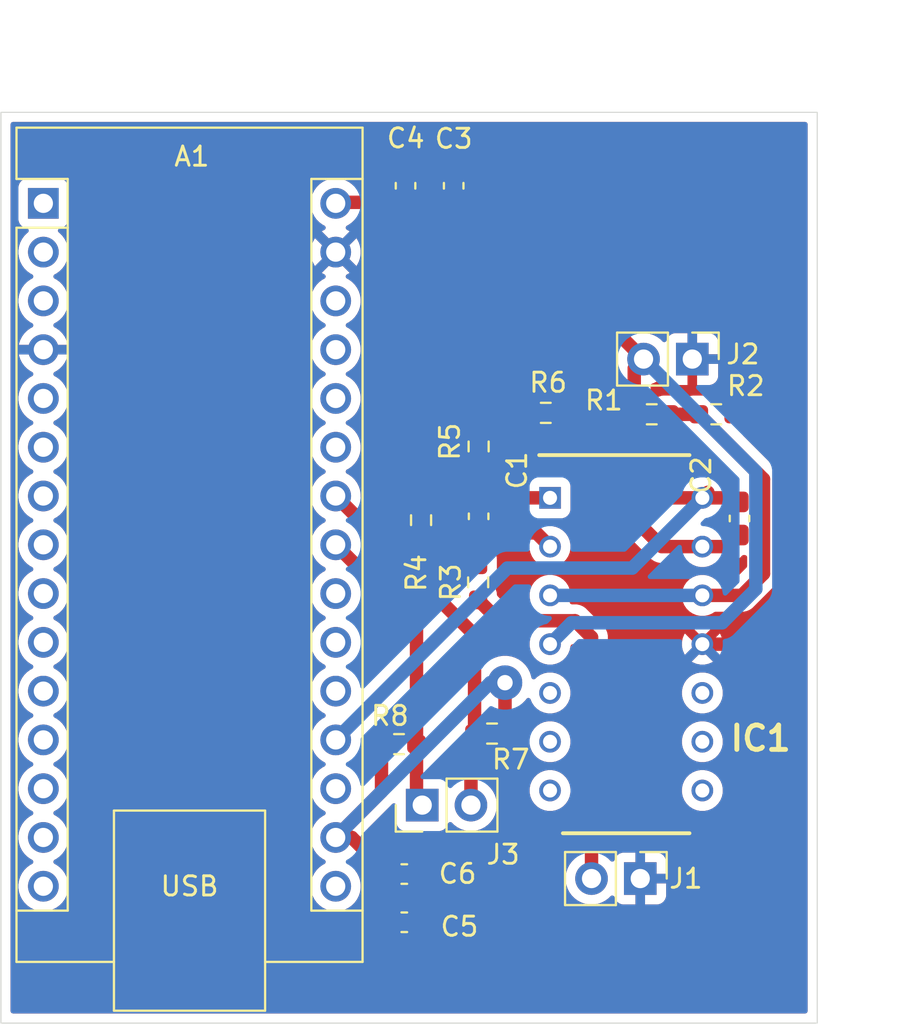
<source format=kicad_pcb>
(kicad_pcb (version 20241229) (generator "pcbnew") (generator_version "9.0")
  (layers (0 "F.Cu" signal) (2 "B.Cu" signal) (13 "F.Paste" user) (15 "B.Paste" user) (5 "F.SilkS" user "F.Silkscreen") (7 "B.SilkS" user "B.Silkscreen") (1 "F.Mask" user) (3 "B.Mask" user) (25 "Edge.Cuts" user))
  (net 0 "")
  (net 1 "Net-(IC1-OUT_A)")
  (net 2 "Net-(IC1--IN_A)")
  (net 3 "Net-(IC1--IN_D)")
  (net 6 "GND")
  (net 8 "GNDREF")
  (net 13 "+10V")
  (net 14 "Net-(J1-Pin_2)")
  (net 15 "/SDA_I2C")
  (net 16 "/SCL_I2C")
  (net 28 "/OPAMP_Output")
  (net 29 "+3.3V")
  (footprint "Capacitor_SMD:C_0603_1608Metric_Pad1.08x0.95mm_HandSolder" (layer "F.Cu") (at 123.6 57.75 90)
    (property "Reference" "C2" (at 2.25 -2 90) (layer "F.SilkS"))
    (property "Value" "180p")
    (fp_line (start -0.146267 -0.51) (end 0.146267 -0.51) (stroke (width 0.12)) (layer "F.SilkS"))
    (fp_line (start -0.146267 0.51) (end 0.146267 0.51) (stroke (width 0.12)) (layer "F.SilkS"))
    (pad "1" smd roundrect (at -0.8625 0 90) (size 1.075 0.95) (layers "F.Cu" "F.Mask" "F.Paste") (net 3 "Net-(IC1--IN_D)"))
    (pad "2" smd roundrect (at 0.8625 0 90) (size 1.075 0.95) (layers "F.Cu" "F.Mask" "F.Paste") (net 28 "/OPAMP_Output"))
  )
  (footprint "Resistor_SMD:R_0603_1608Metric_Pad0.98x0.95mm_HandSolder" (layer "F.Cu") (at 122.3875 52.325)
    (property "Reference" "R2" (at 1.5375 -1.475 0) (layer "F.SilkS"))
    (property "Value" "10k")
    (fp_line (start -0.254724 -0.5225) (end 0.254724 -0.5225) (stroke (width 0.12)) (layer "F.SilkS"))
    (fp_line (start -0.254724 0.5225) (end 0.254724 0.5225) (stroke (width 0.12)) (layer "F.SilkS"))
    (pad "1" smd roundrect (at -0.9125 0) (size 0.975 0.95) (layers "F.Cu" "F.Mask" "F.Paste") (net 8 "GNDREF"))
    (pad "2" smd roundrect (at 0.9125 0) (size 0.975 0.95) (layers "F.Cu" "F.Mask" "F.Paste") (net 6 "GND"))
  )
  (footprint "Capacitor_SMD:C_0603_1608Metric_Pad1.08x0.95mm_HandSolder" (layer "F.Cu") (at 110 57.6375 -90)
    (property "Reference" "C1" (at -2.3875 -2 90) (layer "F.SilkS"))
    (property "Value" "180p")
    (fp_line (start -0.146267 0.51) (end 0.146267 0.51) (stroke (width 0.12)) (layer "F.SilkS"))
    (fp_line (start -0.146267 -0.51) (end 0.146267 -0.51) (stroke (width 0.12)) (layer "F.SilkS"))
    (pad "1" smd roundrect (at -0.8625 0 270) (size 1.075 0.95) (layers "F.Cu" "F.Mask" "F.Paste") (net 1 "Net-(IC1-OUT_A)"))
    (pad "2" smd roundrect (at 0.8625 0 270) (size 1.075 0.95) (layers "F.Cu" "F.Mask" "F.Paste") (net 2 "Net-(IC1--IN_A)"))
  )
  (footprint "Capacitor_SMD:C_0603_1608Metric_Pad1.08x0.95mm_HandSolder" (layer "F.Cu") (at 106.125 76.265 180)
    (property "Reference" "C6" (at -2.775 0.015 0) (layer "F.SilkS"))
    (property "Value" "33uF")
    (fp_line (start -0.146267 0.51) (end 0.146267 0.51) (stroke (width 0.12)) (layer "F.SilkS"))
    (fp_line (start -0.146267 -0.51) (end 0.146267 -0.51) (stroke (width 0.12)) (layer "F.SilkS"))
    (pad "1" smd roundrect (at -0.8625 0 180) (size 1.075 0.95) (layers "F.Cu" "F.Mask" "F.Paste") (net 6 "GND"))
    (pad "2" smd roundrect (at 0.8625 0 180) (size 1.075 0.95) (layers "F.Cu" "F.Mask" "F.Paste") (net 29 "+3.3V"))
  )
  (footprint "Connector_PinHeader_2.54mm:PinHeader_1x02_P2.54mm_Vertical" (layer "F.Cu") (at 118.425 76.5 -90)
    (property "Reference" "J1" (at 0 -2.38 180) (layer "F.SilkS"))
    (property "Value" "Conn_01x02" (hide yes))
    (fp_line (start -1.38 3.92) (end 1.38 3.92) (stroke (width 0.12)) (layer "F.SilkS"))
    (fp_line (start -1.38 1.27) (end -1.38 3.92) (stroke (width 0.12)) (layer "F.SilkS"))
    (fp_line (start -1.38 1.27) (end 1.38 1.27) (stroke (width 0.12)) (layer "F.SilkS"))
    (fp_line (start 1.38 1.27) (end 1.38 3.92) (stroke (width 0.12)) (layer "F.SilkS"))
    (fp_line (start -1.38 0) (end -1.38 -1.38) (stroke (width 0.12)) (layer "F.SilkS"))
    (fp_line (start -1.38 -1.38) (end 0 -1.38) (stroke (width 0.12)) (layer "F.SilkS"))
    (pad "1" thru_hole rect (at 0 0 270) (size 1.7 1.7) (drill 1) (layers "*.Cu" "*.Mask") (net 6 "GND"))
    (pad "2" thru_hole circle (at 0 2.54 270) (size 1.7 1.7) (drill 1) (layers "*.Cu" "*.Mask") (net 14 "Net-(J1-Pin_2)"))
  )
  (footprint "Resistor_SMD:R_0603_1608Metric_Pad0.98x0.95mm_HandSolder" (layer "F.Cu") (at 105.85 69.5 180)
    (property "Reference" "R8" (at 0.475 1.475 0) (layer "F.SilkS"))
    (property "Value" "10k")
    (fp_line (start -0.254724 0.5225) (end 0.254724 0.5225) (stroke (width 0.12)) (layer "F.SilkS"))
    (fp_line (start -0.254724 -0.5225) (end 0.254724 -0.5225) (stroke (width 0.12)) (layer "F.SilkS"))
    (pad "1" smd roundrect (at -0.9125 0 180) (size 0.975 0.95) (layers "F.Cu" "F.Mask" "F.Paste") (net 15 "/SDA_I2C"))
    (pad "2" smd roundrect (at 0.9125 0 180) (size 0.975 0.95) (layers "F.Cu" "F.Mask" "F.Paste") (net 29 "+3.3V"))
  )
  (footprint "Connector_PinHeader_2.54mm:PinHeader_1x02_P2.54mm_Vertical" (layer "F.Cu") (at 107.06 72.675 90)
    (property "Reference" "J3" (at -2.575 4.215 180) (layer "F.SilkS"))
    (property "Value" "Conn_01x02" (hide yes))
    (fp_line (start -1.38 -1.38) (end 0 -1.38) (stroke (width 0.12)) (layer "F.SilkS"))
    (fp_line (start -1.38 0) (end -1.38 -1.38) (stroke (width 0.12)) (layer "F.SilkS"))
    (fp_line (start 1.38 1.27) (end 1.38 3.92) (stroke (width 0.12)) (layer "F.SilkS"))
    (fp_line (start -1.38 1.27) (end 1.38 1.27) (stroke (width 0.12)) (layer "F.SilkS"))
    (fp_line (start -1.38 1.27) (end -1.38 3.92) (stroke (width 0.12)) (layer "F.SilkS"))
    (fp_line (start -1.38 3.92) (end 1.38 3.92) (stroke (width 0.12)) (layer "F.SilkS"))
    (pad "1" thru_hole rect (at 0 0 90) (size 1.7 1.7) (drill 1) (layers "*.Cu" "*.Mask") (net 15 "/SDA_I2C"))
    (pad "2" thru_hole circle (at 0 2.54 90) (size 1.7 1.7) (drill 1) (layers "*.Cu" "*.Mask") (net 16 "/SCL_I2C"))
  )
  (footprint "Capacitor_SMD:C_0603_1608Metric_Pad1.08x0.95mm_HandSolder" (layer "F.Cu") (at 106.125 78.775 180)
    (property "Reference" "C5" (at -2.875 -0.225 0) (layer "F.SilkS"))
    (property "Value" "0,1uF")
    (fp_line (start -0.146267 0.51) (end 0.146267 0.51) (stroke (width 0.12)) (layer "F.SilkS"))
    (fp_line (start -0.146267 -0.51) (end 0.146267 -0.51) (stroke (width 0.12)) (layer "F.SilkS"))
    (pad "1" smd roundrect (at -0.8625 0 180) (size 1.075 0.95) (layers "F.Cu" "F.Mask" "F.Paste") (net 6 "GND"))
    (pad "2" smd roundrect (at 0.8625 0 180) (size 1.075 0.95) (layers "F.Cu" "F.Mask" "F.Paste") (net 29 "+3.3V"))
  )
  (footprint "Resistor_SMD:R_0603_1608Metric_Pad0.98x0.95mm_HandSolder" (layer "F.Cu") (at 109.975 61.075 90)
    (property "Reference" "R3" (at 0 -1.43 90) (layer "F.SilkS"))
    (property "Value" "10k")
    (fp_line (start -0.254724 -0.5225) (end 0.254724 -0.5225) (stroke (width 0.12)) (layer "F.SilkS"))
    (fp_line (start -0.254724 0.5225) (end 0.254724 0.5225) (stroke (width 0.12)) (layer "F.SilkS"))
    (pad "1" smd roundrect (at -0.9125 0 90) (size 0.975 0.95) (layers "F.Cu" "F.Mask" "F.Paste") (net 14 "Net-(J1-Pin_2)"))
    (pad "2" smd roundrect (at 0.9125 0 90) (size 0.975 0.95) (layers "F.Cu" "F.Mask" "F.Paste") (net 2 "Net-(IC1--IN_A)"))
  )
  (footprint "Capacitor_SMD:C_0603_1608Metric_Pad1.08x0.95mm_HandSolder" (layer "F.Cu") (at 108.7 40.425 -90)
    (property "Reference" "C3" (at -2.45 0 180) (layer "F.SilkS"))
    (property "Value" "0,1uF")
    (fp_line (start -0.146267 0.51) (end 0.146267 0.51) (stroke (width 0.12)) (layer "F.SilkS"))
    (fp_line (start -0.146267 -0.51) (end 0.146267 -0.51) (stroke (width 0.12)) (layer "F.SilkS"))
    (pad "1" smd roundrect (at -0.8625 0 270) (size 1.075 0.95) (layers "F.Cu" "F.Mask" "F.Paste") (net 6 "GND"))
    (pad "2" smd roundrect (at 0.8625 0 270) (size 1.075 0.95) (layers "F.Cu" "F.Mask" "F.Paste") (net 13 "+10V"))
  )
  (footprint "Resistor_SMD:R_0603_1608Metric_Pad0.98x0.95mm_HandSolder" (layer "F.Cu") (at 110.7 68.95)
    (property "Reference" "R7" (at 0.975 1.35 0) (layer "F.SilkS"))
    (property "Value" "10k")
    (fp_line (start -0.254724 -0.5225) (end 0.254724 -0.5225) (stroke (width 0.12)) (layer "F.SilkS"))
    (fp_line (start -0.254724 0.5225) (end 0.254724 0.5225) (stroke (width 0.12)) (layer "F.SilkS"))
    (pad "1" smd roundrect (at -0.9125 0) (size 0.975 0.95) (layers "F.Cu" "F.Mask" "F.Paste") (net 16 "/SCL_I2C"))
    (pad "2" smd roundrect (at 0.9125 0) (size 0.975 0.95) (layers "F.Cu" "F.Mask" "F.Paste") (net 29 "+3.3V"))
  )
  (footprint "Connector_PinHeader_2.54mm:PinHeader_1x02_P2.54mm_Vertical" (layer "F.Cu") (at 121.1375 49.45 -90)
    (property "Reference" "J2" (at -0.25 -2.6375 180) (layer "F.SilkS"))
    (property "Value" "Conn_01x02" (hide yes))
    (fp_line (start -1.38 3.92) (end 1.38 3.92) (stroke (width 0.12)) (layer "F.SilkS"))
    (fp_line (start -1.38 1.27) (end -1.38 3.92) (stroke (width 0.12)) (layer "F.SilkS"))
    (fp_line (start -1.38 1.27) (end 1.38 1.27) (stroke (width 0.12)) (layer "F.SilkS"))
    (fp_line (start 1.38 1.27) (end 1.38 3.92) (stroke (width 0.12)) (layer "F.SilkS"))
    (fp_line (start -1.38 0) (end -1.38 -1.38) (stroke (width 0.12)) (layer "F.SilkS"))
    (fp_line (start -1.38 -1.38) (end 0 -1.38) (stroke (width 0.12)) (layer "F.SilkS"))
    (pad "1" thru_hole rect (at 0 0 270) (size 1.7 1.7) (drill 1) (layers "*.Cu" "*.Mask") (net 6 "GND"))
    (pad "2" thru_hole circle (at 0 2.54 270) (size 1.7 1.7) (drill 1) (layers "*.Cu" "*.Mask") (net 13 "+10V"))
  )
  (footprint "Resistor_SMD:R_0603_1608Metric_Pad0.98x0.95mm_HandSolder" (layer "F.Cu") (at 107 57.8375 -90)
    (property "Reference" "R4" (at 2.75 0.25 90) (layer "F.SilkS"))
    (property "Value" "10M")
    (fp_line (start -0.254724 0.5225) (end 0.254724 0.5225) (stroke (width 0.12)) (layer "F.SilkS"))
    (fp_line (start -0.254724 -0.5225) (end 0.254724 -0.5225) (stroke (width 0.12)) (layer "F.SilkS"))
    (pad "1" smd roundrect (at -0.9125 0 270) (size 0.975 0.95) (layers "F.Cu" "F.Mask" "F.Paste") (net 1 "Net-(IC1-OUT_A)"))
    (pad "2" smd roundrect (at 0.9125 0 270) (size 0.975 0.95) (layers "F.Cu" "F.Mask" "F.Paste") (net 2 "Net-(IC1--IN_A)"))
  )
  (footprint "Resistor_SMD:R_0603_1608Metric_Pad0.98x0.95mm_HandSolder" (layer "F.Cu") (at 113.5 52.25)
    (property "Reference" "R6" (at 0.125 -1.575 0) (layer "F.SilkS"))
    (property "Value" "100k")
    (fp_line (start -0.254724 -0.5225) (end 0.254724 -0.5225) (stroke (width 0.12)) (layer "F.SilkS"))
    (fp_line (start -0.254724 0.5225) (end 0.254724 0.5225) (stroke (width 0.12)) (layer "F.SilkS"))
    (pad "1" smd roundrect (at -0.9125 0) (size 0.975 0.95) (layers "F.Cu" "F.Mask" "F.Paste") (net 3 "Net-(IC1--IN_D)"))
    (pad "2" smd roundrect (at 0.9125 0) (size 0.975 0.95) (layers "F.Cu" "F.Mask" "F.Paste") (net 28 "/OPAMP_Output"))
  )
  (footprint "Resistor_SMD:R_0603_1608Metric_Pad0.98x0.95mm_HandSolder" (layer "F.Cu") (at 119.025 52.325)
    (property "Reference" "R1" (at -2.5 -0.725 0) (layer "F.SilkS"))
    (property "Value" "10k" (hide yes))
    (fp_line (start -0.254724 -0.5225) (end 0.254724 -0.5225) (stroke (width 0.12)) (layer "F.SilkS"))
    (fp_line (start -0.254724 0.5225) (end 0.254724 0.5225) (stroke (width 0.12)) (layer "F.SilkS"))
    (pad "1" smd roundrect (at -0.9125 0) (size 0.975 0.95) (layers "F.Cu" "F.Mask" "F.Paste") (net 13 "+10V"))
    (pad "2" smd roundrect (at 0.9125 0) (size 0.975 0.95) (layers "F.Cu" "F.Mask" "F.Paste") (net 8 "GNDREF"))
  )
  (footprint "Module:Arduino_Nano" (layer "F.Cu") (at 87.31 41.34)
    (property "Reference" "A1" (at 7.74 -2.44 0) (layer "F.SilkS"))
    (property "Value" "Arduino_Nano_Every")
    (fp_line (start -1.4 -3.94) (end -1.4 -1.27) (stroke (width 0.12)) (layer "F.SilkS"))
    (fp_line (start -1.4 1.27) (end -1.4 39.5) (stroke (width 0.12)) (layer "F.SilkS"))
    (fp_line (start -1.4 39.5) (end 3.68 39.5) (stroke (width 0.12)) (layer "F.SilkS"))
    (fp_line (start 1.27 -1.27) (end -1.4 -1.27) (stroke (width 0.12)) (layer "F.SilkS"))
    (fp_line (start 1.27 1.27) (end -1.4 1.27) (stroke (width 0.12)) (layer "F.SilkS"))
    (fp_line (start 1.27 1.27) (end 1.27 -1.27) (stroke (width 0.12)) (layer "F.SilkS"))
    (fp_line (start 1.27 1.27) (end 1.27 36.83) (stroke (width 0.12)) (layer "F.SilkS"))
    (fp_line (start 1.27 36.83) (end -1.4 36.83) (stroke (width 0.12)) (layer "F.SilkS"))
    (fp_line (start 3.68 31.62) (end 11.56 31.62) (stroke (width 0.12)) (layer "F.SilkS"))
    (fp_line (start 3.68 42.04) (end 3.68 31.62) (stroke (width 0.12)) (layer "F.SilkS"))
    (fp_line (start 11.56 31.62) (end 11.56 42.04) (stroke (width 0.12)) (layer "F.SilkS"))
    (fp_line (start 11.56 42.04) (end 3.68 42.04) (stroke (width 0.12)) (layer "F.SilkS"))
    (fp_line (start 13.97 -1.27) (end 13.97 36.83) (stroke (width 0.12)) (layer "F.SilkS"))
    (fp_line (start 13.97 -1.27) (end 16.64 -1.27) (stroke (width 0.12)) (layer "F.SilkS"))
    (fp_line (start 13.97 36.83) (end 16.64 36.83) (stroke (width 0.12)) (layer "F.SilkS"))
    (fp_line (start 16.64 -3.94) (end -1.4 -3.94) (stroke (width 0.12)) (layer "F.SilkS"))
    (fp_line (start 16.64 39.5) (end 11.56 39.5) (stroke (width 0.12)) (layer "F.SilkS"))
    (fp_line (start 16.64 39.5) (end 16.64 -3.94) (stroke (width 0.12)) (layer "F.SilkS"))
    (fp_text user "USB" (at 7.62 35.56 0) (layer "F.SilkS"))
    (pad "1" thru_hole rect (at 0 0) (size 1.6 1.6) (drill 1) (layers "*.Cu" "*.Mask"))
    (pad "2" thru_hole oval (at 0 2.54) (size 1.6 1.6) (drill 1) (layers "*.Cu" "*.Mask"))
    (pad "3" thru_hole oval (at 0 5.08) (size 1.6 1.6) (drill 1) (layers "*.Cu" "*.Mask"))
    (pad "4" thru_hole oval (at 0 7.62) (size 1.6 1.6) (drill 1) (layers "*.Cu" "*.Mask") (net 6 "GND"))
    (pad "5" thru_hole oval (at 0 10.16) (size 1.6 1.6) (drill 1) (layers "*.Cu" "*.Mask"))
    (pad "6" thru_hole oval (at 0 12.7) (size 1.6 1.6) (drill 1) (layers "*.Cu" "*.Mask"))
    (pad "7" thru_hole oval (at 0 15.24) (size 1.6 1.6) (drill 1) (layers "*.Cu" "*.Mask"))
    (pad "8" thru_hole oval (at 0 17.78) (size 1.6 1.6) (drill 1) (layers "*.Cu" "*.Mask"))
    (pad "9" thru_hole oval (at 0 20.32) (size 1.6 1.6) (drill 1) (layers "*.Cu" "*.Mask"))
    (pad "10" thru_hole oval (at 0 22.86) (size 1.6 1.6) (drill 1) (layers "*.Cu" "*.Mask"))
    (pad "11" thru_hole oval (at 0 25.4) (size 1.6 1.6) (drill 1) (layers "*.Cu" "*.Mask"))
    (pad "12" thru_hole oval (at 0 27.94) (size 1.6 1.6) (drill 1) (layers "*.Cu" "*.Mask"))
    (pad "13" thru_hole oval (at 0 30.48) (size 1.6 1.6) (drill 1) (layers "*.Cu" "*.Mask"))
    (pad "14" thru_hole oval (at 0 33.02) (size 1.6 1.6) (drill 1) (layers "*.Cu" "*.Mask"))
    (pad "15" thru_hole oval (at 0 35.56) (size 1.6 1.6) (drill 1) (layers "*.Cu" "*.Mask"))
    (pad "16" thru_hole oval (at 15.24 35.56) (size 1.6 1.6) (drill 1) (layers "*.Cu" "*.Mask"))
    (pad "17" thru_hole oval (at 15.24 33.02) (size 1.6 1.6) (drill 1) (layers "*.Cu" "*.Mask") (net 29 "+3.3V"))
    (pad "18" thru_hole oval (at 15.24 30.48) (size 1.6 1.6) (drill 1) (layers "*.Cu" "*.Mask"))
    (pad "19" thru_hole oval (at 15.24 27.94) (size 1.6 1.6) (drill 1) (layers "*.Cu" "*.Mask") (net 28 "/OPAMP_Output"))
    (pad "20" thru_hole oval (at 15.24 25.4) (size 1.6 1.6) (drill 1) (layers "*.Cu" "*.Mask"))
    (pad "21" thru_hole oval (at 15.24 22.86) (size 1.6 1.6) (drill 1) (layers "*.Cu" "*.Mask"))
    (pad "22" thru_hole oval (at 15.24 20.32) (size 1.6 1.6) (drill 1) (layers "*.Cu" "*.Mask"))
    (pad "23" thru_hole oval (at 15.24 17.78) (size 1.6 1.6) (drill 1) (layers "*.Cu" "*.Mask") (net 15 "/SDA_I2C"))
    (pad "24" thru_hole oval (at 15.24 15.24) (size 1.6 1.6) (drill 1) (layers "*.Cu" "*.Mask") (net 16 "/SCL_I2C"))
    (pad "25" thru_hole oval (at 15.24 12.7) (size 1.6 1.6) (drill 1) (layers "*.Cu" "*.Mask"))
    (pad "26" thru_hole oval (at 15.24 10.16) (size 1.6 1.6) (drill 1) (layers "*.Cu" "*.Mask"))
    (pad "27" thru_hole oval (at 15.24 7.62) (size 1.6 1.6) (drill 1) (layers "*.Cu" "*.Mask"))
    (pad "28" thru_hole oval (at 15.24 5.08) (size 1.6 1.6) (drill 1) (layers "*.Cu" "*.Mask"))
    (pad "29" thru_hole circle (at 15.24 2.54) (size 1.6 1.6) (drill 1) (layers "*.Cu" "*.Mask") (net 6 "GND"))
    (pad "30" thru_hole oval (at 15.24 0) (size 1.6 1.6) (drill 1) (layers "*.Cu" "*.Mask") (net 13 "+10V"))
  )
  (footprint "Capacitor_SMD:C_0603_1608Metric_Pad1.08x0.95mm_HandSolder" (layer "F.Cu") (at 106.19 40.425 -90)
    (property "Reference" "C4" (at -2.475 -0.01 180) (layer "F.SilkS"))
    (property "Value" "33uF")
    (fp_line (start -0.146267 0.51) (end 0.146267 0.51) (stroke (width 0.12)) (layer "F.SilkS"))
    (fp_line (start -0.146267 -0.51) (end 0.146267 -0.51) (stroke (width 0.12)) (layer "F.SilkS"))
    (pad "1" smd roundrect (at -0.8625 0 270) (size 1.075 0.95) (layers "F.Cu" "F.Mask" "F.Paste") (net 6 "GND"))
    (pad "2" smd roundrect (at 0.8625 0 270) (size 1.075 0.95) (layers "F.Cu" "F.Mask" "F.Paste") (net 13 "+10V"))
  )
  (footprint "Resistor_SMD:R_0603_1608Metric_Pad0.98x0.95mm_HandSolder" (layer "F.Cu") (at 110 54 90)
    (property "Reference" "R5" (at 0.25 -1.5 90) (layer "F.SilkS"))
    (property "Value" "10k")
    (fp_line (start -0.254724 -0.5225) (end 0.254724 -0.5225) (stroke (width 0.12)) (layer "F.SilkS"))
    (fp_line (start -0.254724 0.5225) (end 0.254724 0.5225) (stroke (width 0.12)) (layer "F.SilkS"))
    (pad "1" smd roundrect (at -0.9125 0 90) (size 0.975 0.95) (layers "F.Cu" "F.Mask" "F.Paste") (net 1 "Net-(IC1-OUT_A)"))
    (pad "2" smd roundrect (at 0.9125 0 90) (size 0.975 0.95) (layers "F.Cu" "F.Mask" "F.Paste") (net 3 "Net-(IC1--IN_D)"))
  )
  (footprint "SamacSys_Parts:DIP794W53P254L1930H508Q14N" (layer "F.Cu") (at 117.6925 64.295)
    (property "Reference" "IC1" (at 7.0075 4.905 0) (layer "F.SilkS") (effects (font (size 1.27 1.27) (thickness 0.254))))
    (property "Value" "OPA4277PA" (hide yes))
    (fp_line (start -4.535 -9.845) (end 3.3 -9.845) (stroke (width 0.2)) (layer "F.SilkS"))
    (fp_line (start -3.3 9.845) (end 3.3 9.845) (stroke (width 0.2)) (layer "F.SilkS"))
    (pad "1" thru_hole rect (at -3.97 -7.62) (size 1.13 1.13) (drill 0.73) (layers "*.Cu" "*.Mask") (net 1 "Net-(IC1-OUT_A)"))
    (pad "2" thru_hole circle (at -3.97 -5.08) (size 1.13 1.13) (drill 0.73) (layers "*.Cu" "*.Mask") (net 2 "Net-(IC1--IN_A)"))
    (pad "3" thru_hole circle (at -3.97 -2.54) (size 1.13 1.13) (drill 0.73) (layers "*.Cu" "*.Mask") (net 8 "GNDREF"))
    (pad "4" thru_hole circle (at -3.97 0) (size 1.13 1.13) (drill 0.73) (layers "*.Cu" "*.Mask") (net 13 "+10V"))
    (pad "5" thru_hole circle (at -3.97 2.54) (size 1.13 1.13) (drill 0.73) (layers "*.Cu" "*.Mask"))
    (pad "6" thru_hole circle (at -3.97 5.08) (size 1.13 1.13) (drill 0.73) (layers "*.Cu" "*.Mask"))
    (pad "7" thru_hole circle (at -3.97 7.62) (size 1.13 1.13) (drill 0.73) (layers "*.Cu" "*.Mask"))
    (pad "8" thru_hole circle (at 3.97 7.62) (size 1.13 1.13) (drill 0.73) (layers "*.Cu" "*.Mask"))
    (pad "9" thru_hole circle (at 3.97 5.08) (size 1.13 1.13) (drill 0.73) (layers "*.Cu" "*.Mask"))
    (pad "10" thru_hole circle (at 3.97 2.54) (size 1.13 1.13) (drill 0.73) (layers "*.Cu" "*.Mask"))
    (pad "11" thru_hole circle (at 3.97 0) (size 1.13 1.13) (drill 0.73) (layers "*.Cu" "*.Mask") (net 6 "GND"))
    (pad "12" thru_hole circle (at 3.97 -2.54) (size 1.13 1.13) (drill 0.73) (layers "*.Cu" "*.Mask") (net 8 "GNDREF"))
    (pad "13" thru_hole circle (at 3.97 -5.08) (size 1.13 1.13) (drill 0.73) (layers "*.Cu" "*.Mask") (net 3 "Net-(IC1--IN_D)"))
    (pad "14" thru_hole circle (at 3.97 -7.62) (size 1.13 1.13) (drill 0.73) (layers "*.Cu" "*.Mask") (net 28 "/OPAMP_Output"))
  )
  (gr_rect (start 85.1 36.6) (end 127.65 84.025) (stroke (width 0.05)) (fill no) (layer "Edge.Cuts"))
  (segment (start 113.7225 56.675) (end 110.1 56.675) (width 0.7) (layer "F.Cu") (net 1))
  (segment (start 107.175 56.75) (end 107 56.925) (width 0.7) (layer "F.Cu") (net 1))
  (segment (start 110 56.775) (end 110 54.9125) (width 0.7) (layer "F.Cu") (net 1))
  (segment (start 110 56.775) (end 109.975 56.75) (width 0.7) (layer "F.Cu") (net 1))
  (segment (start 110.1 56.675) (end 110 56.775) (width 0.7) (layer "F.Cu") (net 1))
  (segment (start 109.975 56.75) (end 107.175 56.75) (width 0.7) (layer "F.Cu") (net 1))
  (segment (start 109.85 56.925) (end 110 56.775) (width 0.508) (layer "F.Cu") (net 1))
  (segment (start 110 58.5) (end 110 60.1375) (width 0.7) (layer "F.Cu") (net 2))
  (segment (start 113.7225 59.215) (end 113.0075 58.5) (width 0.7) (layer "F.Cu") (net 2))
  (segment (start 110 58.5) (end 109.75 58.75) (width 0.7) (layer "F.Cu") (net 2))
  (segment (start 113.0075 58.5) (end 110 58.5) (width 0.7) (layer "F.Cu") (net 2))
  (segment (start 109.75 58.75) (end 107 58.75) (width 0.7) (layer "F.Cu") (net 2))
  (segment (start 110 60.1375) (end 109.975 60.1625) (width 0.7) (layer "F.Cu") (net 2))
  (segment (start 122.9975 59.215) (end 123.6 58.6125) (width 0.7) (layer "F.Cu") (net 3))
  (segment (start 121.6625 59.215) (end 122.9975 59.215) (width 0.7) (layer "F.Cu") (net 3))
  (segment (start 112.5875 52.25) (end 110.8375 52.25) (width 0.7) (layer "F.Cu") (net 3))
  (segment (start 119.5525 59.215) (end 121.6625 59.215) (width 0.7) (layer "F.Cu") (net 3))
  (segment (start 112.5875 52.25) (end 119.5525 59.215) (width 0.7) (layer "F.Cu") (net 3))
  (segment (start 110.8375 52.25) (end 110 53.0875) (width 0.7) (layer "F.Cu") (net 3))
  (segment (start 124.175 52.325) (end 123.3 52.325) (width 0.7) (layer "F.Cu") (net 6))
  (segment (start 123.28 64.295) (end 126.325 61.25) (width 0.7) (layer "F.Cu") (net 6))
  (segment (start 126.325 54.475) (end 124.175 52.325) (width 0.7) (layer "F.Cu") (net 6))
  (segment (start 126.325 61.25) (end 126.325 54.475) (width 0.7) (layer "F.Cu") (net 6))
  (segment (start 121.6625 64.295) (end 123.28 64.295) (width 0.7) (layer "F.Cu") (net 6))
  (segment (start 123.72 61.755) (end 124.85 60.625) (width 0.7) (layer "F.Cu") (net 8))
  (segment (start 121.6675 61.75) (end 121.6625 61.755) (width 0.7) (layer "F.Cu") (net 8))
  (segment (start 124.85 60.625) (end 124.85 55.7) (width 0.7) (layer "F.Cu") (net 8))
  (segment (start 121.6625 61.755) (end 123.72 61.755) (width 0.7) (layer "F.Cu") (net 8))
  (segment (start 119.9 52.325) (end 121.475 52.325) (width 0.7) (layer "F.Cu") (net 8))
  (segment (start 124.85 55.7) (end 121.475 52.325) (width 0.7) (layer "F.Cu") (net 8))
  (segment (start 113.7225 61.755) (end 121.6625 61.755) (width 0.7) (layer "B.Cu") (net 8))
  (segment (start 108.7 41.2875) (end 102.6025 41.2875) (width 0.7) (layer "F.Cu") (net 13))
  (segment (start 118.1125 52.325) (end 118.1125 49.935) (width 0.7) (layer "F.Cu") (net 13))
  (segment (start 118.1125 49.935) (end 118.5975 49.45) (width 0.7) (layer "F.Cu") (net 13))
  (segment (start 110.435 41.2875) (end 108.7 41.2875) (width 0.7) (layer "F.Cu") (net 13))
  (segment (start 118.075 52.2875) (end 118.1125 52.325) (width 0.7) (layer "F.Cu") (net 13))
  (segment (start 118.1625 52.275) (end 118.1125 52.325) (width 0.7) (layer "F.Cu") (net 13))
  (segment (start 118.5975 49.45) (end 110.435 41.2875) (width 0.7) (layer "F.Cu") (net 13))
  (segment (start 102.6025 41.2875) (end 102.55 41.34) (width 0.7) (layer "F.Cu") (net 13))
  (segment (start 124.45 55.3025) (end 118.5975 49.45) (width 0.7) (layer "B.Cu") (net 13))
  (segment (start 114.8385 63.179) (end 122.696 63.179) (width 0.7) (layer "B.Cu") (net 13))
  (segment (start 124.45 61.425) (end 124.45 55.3025) (width 0.7) (layer "B.Cu") (net 13))
  (segment (start 122.696 63.179) (end 124.45 61.425) (width 0.7) (layer "B.Cu") (net 13))
  (segment (start 113.7225 64.295) (end 114.8385 63.179) (width 0.7) (layer "B.Cu") (net 13))
  (segment (start 115.885 76.5) (end 115.885 63.935) (width 0.7) (layer "F.Cu") (net 14))
  (segment (start 115.885 63.935) (end 115.025 63.075) (width 0.7) (layer "F.Cu") (net 14))
  (segment (start 111.0625 63.075) (end 109.975 61.9875) (width 0.7) (layer "F.Cu") (net 14))
  (segment (start 115.025 63.075) (end 111.0625 63.075) (width 0.7) (layer "F.Cu") (net 14))
  (segment (start 106.7625 63.3325) (end 102.55 59.12) (width 0.7) (layer "F.Cu") (net 15))
  (segment (start 106.7625 69.5) (end 106.7625 72.3775) (width 0.7) (layer "F.Cu") (net 15))
  (segment (start 106.7625 72.3775) (end 107.06 72.675) (width 0.7) (layer "F.Cu") (net 15))
  (segment (start 106.7625 69.5) (end 106.7625 63.3325) (width 0.7) (layer "F.Cu") (net 15))
  (segment (start 109.6 69.1375) (end 109.7875 68.95) (width 0.7) (layer "F.Cu") (net 16))
  (segment (start 109.7875 68.95) (end 109.7875 63.8175) (width 0.7) (layer "F.Cu") (net 16))
  (segment (start 109.6 72.675) (end 109.6 69.1375) (width 0.7) (layer "F.Cu") (net 16))
  (segment (start 109.7875 63.8175) (end 102.55 56.58) (width 0.7) (layer "F.Cu") (net 16))
  (segment (start 123.3875 56.675) (end 123.6 56.8875) (width 0.7) (layer "F.Cu") (net 28))
  (segment (start 119.675 56.675) (end 115.25 52.25) (width 0.7) (layer "F.Cu") (net 28))
  (segment (start 121.6625 56.675) (end 123.3875 56.675) (width 0.7) (layer "F.Cu") (net 28))
  (segment (start 121.95 56.3875) (end 121.6625 56.675) (width 0.7) (layer "F.Cu") (net 28))
  (segment (start 115.25 52.25) (end 114.4125 52.25) (width 0.7) (layer "F.Cu") (net 28))
  (segment (start 121.6625 56.675) (end 119.675 56.675) (width 0.7) (layer "F.Cu") (net 28))
  (segment (start 111.499 60.331) (end 118.0065 60.331) (width 0.7) (layer "B.Cu") (net 28))
  (segment (start 102.55 69.28) (end 111.499 60.331) (width 0.7) (layer "B.Cu") (net 28))
  (segment (start 118.0065 60.331) (end 121.6625 56.675) (width 0.7) (layer "B.Cu") (net 28))
  (segment (start 105.2625 76.2375) (end 103.385 74.36) (width 0.7) (layer "F.Cu") (net 29))
  (segment (start 102.55 74.36) (end 104.9375 71.9725) (width 0.7) (layer "F.Cu") (net 29))
  (segment (start 105.2625 76.265) (end 105.2625 76.2375) (width 0.7) (layer "F.Cu") (net 29))
  (segment (start 103.385 74.36) (end 102.55 74.36) (width 0.7) (layer "F.Cu") (net 29))
  (segment (start 104.9375 71.9725) (end 104.9375 69.5) (width 0.7) (layer "F.Cu") (net 29))
  (segment (start 111.375 66.3) (end 111.375 68.7125) (width 0.7) (layer "F.Cu") (net 29))
  (segment (start 111.375 68.7125) (end 111.6125 68.95) (width 0.7) (layer "F.Cu") (net 29))
  (segment (start 105.2625 78.775) (end 105.2625 76.265) (width 0.7) (layer "F.Cu") (net 29))
  (via (at 111.375 66.3) (size 1.8) (drill 0.8) (layers "F.Cu" "B.Cu") (net 29))
  (segment (start 110.61 66.3) (end 111.375 66.3) (width 0.7) (layer "B.Cu") (net 29))
  (segment (start 102.55 74.36) (end 110.61 66.3) (width 0.7) (layer "B.Cu") (net 29))
  (zone (net 6) (net_name "GND") (layer "F.Cu") (connect_pads (clearance 0.5)) (min_thickness 0.25) (fill yes (thermal_gap 0.5) (thermal_bridge_width 0.5))
    (polygon (pts (xy 85.1 36.6) (xy 127.65 36.6) (xy 127.65 84.025) (xy 85.1 84.025)))
  )
  (zone (net 6) (net_name "GND") (layer "B.Cu") (priority 1) (connect_pads (clearance 0.5)) (min_thickness 0.25) (fill yes (thermal_gap 0.5) (thermal_bridge_width 0.5))
    (polygon (pts (xy 85.1 36.6) (xy 127.65 36.6) (xy 127.65 84.025) (xy 85.1 84.025)))
  )
)
</source>
